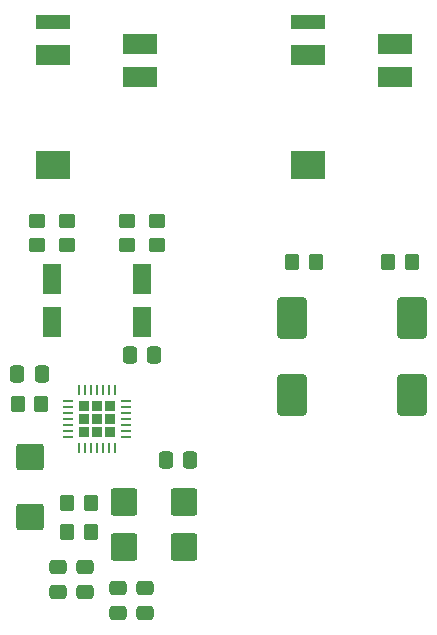
<source format=gbr>
%TF.GenerationSoftware,KiCad,Pcbnew,5.99.0-unknown-8f3343b9e3~128~ubuntu20.04.1*%
%TF.CreationDate,2021-06-03T23:09:28+10:00*%
%TF.ProjectId,dac-featherwing-v2,6461632d-6665-4617-9468-657277696e67,rev?*%
%TF.SameCoordinates,Original*%
%TF.FileFunction,Paste,Top*%
%TF.FilePolarity,Positive*%
%FSLAX46Y46*%
G04 Gerber Fmt 4.6, Leading zero omitted, Abs format (unit mm)*
G04 Created by KiCad (PCBNEW 5.99.0-unknown-8f3343b9e3~128~ubuntu20.04.1) date 2021-06-03 23:09:28*
%MOMM*%
%LPD*%
G01*
G04 APERTURE LIST*
G04 Aperture macros list*
%AMRoundRect*
0 Rectangle with rounded corners*
0 $1 Rounding radius*
0 $2 $3 $4 $5 $6 $7 $8 $9 X,Y pos of 4 corners*
0 Add a 4 corners polygon primitive as box body*
4,1,4,$2,$3,$4,$5,$6,$7,$8,$9,$2,$3,0*
0 Add four circle primitives for the rounded corners*
1,1,$1+$1,$2,$3*
1,1,$1+$1,$4,$5*
1,1,$1+$1,$6,$7*
1,1,$1+$1,$8,$9*
0 Add four rect primitives between the rounded corners*
20,1,$1+$1,$2,$3,$4,$5,0*
20,1,$1+$1,$4,$5,$6,$7,0*
20,1,$1+$1,$6,$7,$8,$9,0*
20,1,$1+$1,$8,$9,$2,$3,0*%
G04 Aperture macros list end*
%ADD10RoundRect,0.250000X-0.350000X-0.450000X0.350000X-0.450000X0.350000X0.450000X-0.350000X0.450000X0*%
%ADD11RoundRect,0.250000X0.550000X-1.050000X0.550000X1.050000X-0.550000X1.050000X-0.550000X-1.050000X0*%
%ADD12RoundRect,0.250000X0.350000X0.450000X-0.350000X0.450000X-0.350000X-0.450000X0.350000X-0.450000X0*%
%ADD13RoundRect,0.250000X0.450000X-0.350000X0.450000X0.350000X-0.450000X0.350000X-0.450000X-0.350000X0*%
%ADD14RoundRect,0.250000X-0.450000X0.350000X-0.450000X-0.350000X0.450000X-0.350000X0.450000X0.350000X0*%
%ADD15RoundRect,0.250000X-0.475000X0.337500X-0.475000X-0.337500X0.475000X-0.337500X0.475000X0.337500X0*%
%ADD16RoundRect,0.250000X-0.925000X0.875000X-0.925000X-0.875000X0.925000X-0.875000X0.925000X0.875000X0*%
%ADD17RoundRect,0.250000X0.337500X0.475000X-0.337500X0.475000X-0.337500X-0.475000X0.337500X-0.475000X0*%
%ADD18RoundRect,0.225000X0.225000X-0.225000X0.225000X0.225000X-0.225000X0.225000X-0.225000X-0.225000X0*%
%ADD19RoundRect,0.062500X0.062500X-0.337500X0.062500X0.337500X-0.062500X0.337500X-0.062500X-0.337500X0*%
%ADD20RoundRect,0.062500X0.337500X-0.062500X0.337500X0.062500X-0.337500X0.062500X-0.337500X-0.062500X0*%
%ADD21R,2.900000X1.800000*%
%ADD22R,2.900000X1.200000*%
%ADD23R,2.900000X2.400000*%
%ADD24RoundRect,0.250000X-0.875000X-0.925000X0.875000X-0.925000X0.875000X0.925000X-0.875000X0.925000X0*%
%ADD25RoundRect,0.250000X-0.337500X-0.475000X0.337500X-0.475000X0.337500X0.475000X-0.337500X0.475000X0*%
%ADD26RoundRect,0.250000X1.000000X-1.500000X1.000000X1.500000X-1.000000X1.500000X-1.000000X-1.500000X0*%
G04 APERTURE END LIST*
D10*
%TO.C,R2*%
X117900000Y-98743000D03*
X119900000Y-98743000D03*
%TD*%
D11*
%TO.C,C12*%
X124234000Y-83398000D03*
X124234000Y-79798000D03*
%TD*%
D12*
%TO.C,R3*%
X115709000Y-90361000D03*
X113709000Y-90361000D03*
%TD*%
D13*
%TO.C,R10*%
X122964000Y-76883000D03*
X122964000Y-74883000D03*
%TD*%
D12*
%TO.C,R6*%
X147078000Y-78296000D03*
X145078000Y-78296000D03*
%TD*%
D14*
%TO.C,R7*%
X115344000Y-74883000D03*
X115344000Y-76883000D03*
%TD*%
D15*
%TO.C,C4*%
X124488000Y-105960500D03*
X124488000Y-108035500D03*
%TD*%
D16*
%TO.C,C14*%
X114709000Y-94796000D03*
X114709000Y-99896000D03*
%TD*%
D11*
%TO.C,C10*%
X116614000Y-83398000D03*
X116614000Y-79798000D03*
%TD*%
D15*
%TO.C,C2*%
X119408000Y-104182500D03*
X119408000Y-106257500D03*
%TD*%
D17*
%TO.C,C9*%
X115746500Y-87821000D03*
X113671500Y-87821000D03*
%TD*%
D18*
%TO.C,U1*%
X120424000Y-90511000D03*
X121544000Y-92751000D03*
X119304000Y-91631000D03*
X119304000Y-92751000D03*
X119304000Y-90511000D03*
X120424000Y-92751000D03*
X121544000Y-90511000D03*
X121544000Y-91631000D03*
X120424000Y-91631000D03*
D19*
X118924000Y-94081000D03*
X119424000Y-94081000D03*
X119924000Y-94081000D03*
X120424000Y-94081000D03*
X120924000Y-94081000D03*
X121424000Y-94081000D03*
X121924000Y-94081000D03*
D20*
X122874000Y-93131000D03*
X122874000Y-92631000D03*
X122874000Y-92131000D03*
X122874000Y-91631000D03*
X122874000Y-91131000D03*
X122874000Y-90631000D03*
X122874000Y-90131000D03*
D19*
X121924000Y-89181000D03*
X121424000Y-89181000D03*
X120924000Y-89181000D03*
X120424000Y-89181000D03*
X119924000Y-89181000D03*
X119424000Y-89181000D03*
X118924000Y-89181000D03*
D20*
X117974000Y-90131000D03*
X117974000Y-90631000D03*
X117974000Y-91131000D03*
X117974000Y-91631000D03*
X117974000Y-92131000D03*
X117974000Y-92631000D03*
X117974000Y-93131000D03*
%TD*%
D12*
%TO.C,R1*%
X119900000Y-101156000D03*
X117900000Y-101156000D03*
%TD*%
D17*
%TO.C,C5*%
X125250000Y-86170000D03*
X123175000Y-86170000D03*
%TD*%
D15*
%TO.C,C1*%
X117122000Y-104182500D03*
X117122000Y-106257500D03*
%TD*%
D21*
%TO.C,J4*%
X124074000Y-62698000D03*
X116674000Y-60798000D03*
D22*
X116674000Y-57998000D03*
D21*
X124074000Y-59898000D03*
D23*
X116674000Y-70098000D03*
%TD*%
D15*
%TO.C,C3*%
X122202000Y-105960500D03*
X122202000Y-108035500D03*
%TD*%
D24*
%TO.C,C7*%
X122700000Y-98616000D03*
X127800000Y-98616000D03*
%TD*%
D25*
%TO.C,C8*%
X126244500Y-95060000D03*
X128319500Y-95060000D03*
%TD*%
D26*
%TO.C,C11*%
X136934000Y-89547000D03*
X136934000Y-83047000D03*
%TD*%
D21*
%TO.C,J3*%
X145664000Y-62698000D03*
X138264000Y-60798000D03*
D22*
X138264000Y-57998000D03*
D21*
X145664000Y-59898000D03*
D23*
X138264000Y-70098000D03*
%TD*%
D24*
%TO.C,C6*%
X122700000Y-102426000D03*
X127800000Y-102426000D03*
%TD*%
D13*
%TO.C,R9*%
X117884000Y-76883000D03*
X117884000Y-74883000D03*
%TD*%
%TO.C,R8*%
X125504000Y-76883000D03*
X125504000Y-74883000D03*
%TD*%
D12*
%TO.C,R5*%
X138950000Y-78296000D03*
X136950000Y-78296000D03*
%TD*%
D26*
%TO.C,C13*%
X147094000Y-89547000D03*
X147094000Y-83047000D03*
%TD*%
M02*

</source>
